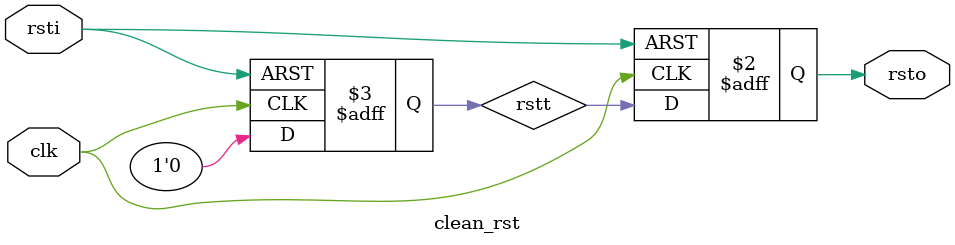
<source format=v>

`include "timescale.v"

module clean_rst(
  input      clk,
  input      rsti,
  output reg rsto
);
  reg rstt;
   
   always @(posedge clk, posedge rsti)
     begin
	if (rsti) begin
	   rstt <= 1;
	   rsto <= 1;
	end else begin
	   rstt <= 0;
	   rsto <= rstt;
	end
     end

endmodule



</source>
